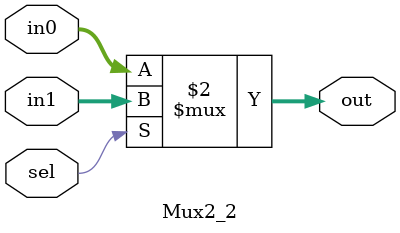
<source format=v>
module Mux2_2 (in0, in1, sel, out);
input [1:0] in0, in1;
input  sel;
output [1:0] out;

    assign out = (sel == 1'b0) ? in0 : in1 ;
endmodule 


</source>
